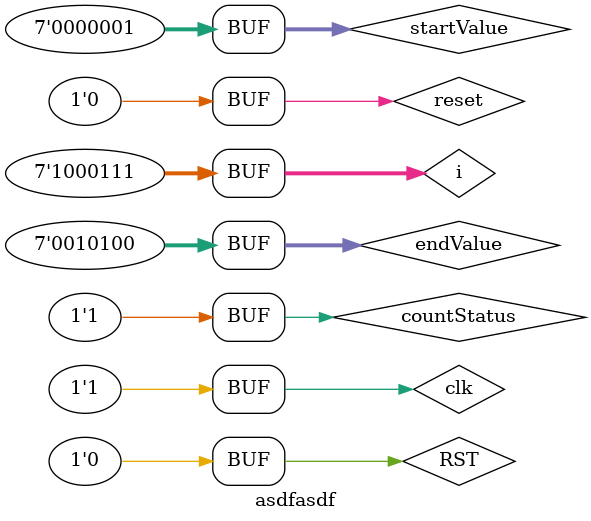
<source format=v>
`timescale 1ns / 1ps


module asdfasdf;

	// Inputs
	reg [6:0] startValue;
	reg [6:0] endValue;
	reg countStatus;
	reg reset;
	reg clk;
	reg RST;

	// Outputs
	wire [6:0] currentValue;

	// Instantiate the Unit Under Test (UUT)
	incrementToValue uut (
		.startValue(startValue), 
		.endValue(endValue), 
		.countStatus(countStatus), 
		.reset(reset), 
		.clk(clk), 
		.RST(RST), 
		.currentValue(currentValue)
	);
	
	reg [6:0] i;

	initial begin
		// Initialize Inputs
		startValue = 0;
		endValue = 20;
		countStatus = 1;
		reset = 0;
		clk = 0;
		RST = 0;

		// Wait 100 ns for global reset to finish
		#100;
      
		// Add stimulus here
		startValue=1;
		#10;
		for(i=0;i<=70;i=i+1) 
			begin
				clk = ~clk;
				#10;
			end
	end
      
endmodule


</source>
